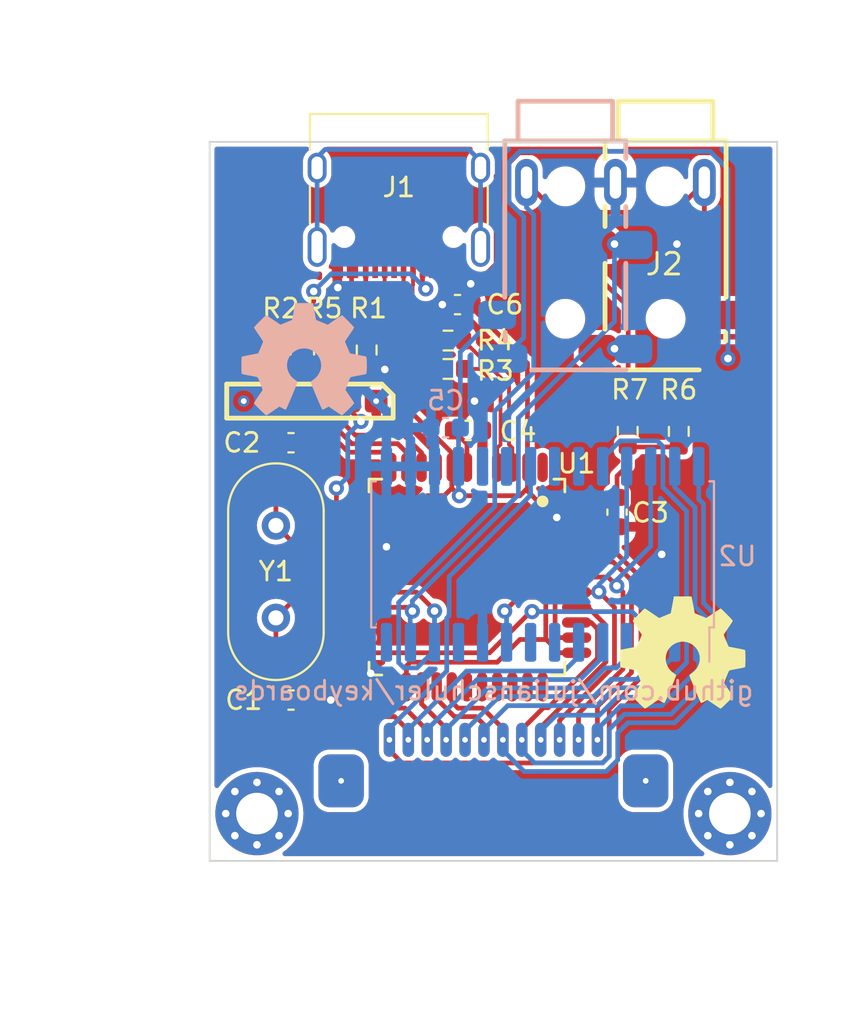
<source format=kicad_pcb>
(kicad_pcb (version 20211014) (generator pcbnew)
  (layers (0 "F.Cu" signal) (31 "B.Cu" signal) (34 "B.Paste" user) (35 "F.Paste" user) (36 "B.SilkS" user "B.Silkscreen") (37 "F.SilkS" user "F.Silkscreen") (38 "B.Mask" user) (39 "F.Mask" user) (44 "Edge.Cuts" user))
  (net 0 "")
  (net 1 "/XTAL1")
  (net 2 "GND")
  (net 3 "/XTAL2")
  (net 4 "+5V")
  (net 5 "Net-(C4-Pad1)")
  (net 6 "unconnected-(J1-PadS1)")
  (net 7 "/D+")
  (net 8 "Net-(J1-PadB5)")
  (net 9 "/D-")
  (net 10 "Net-(J1-PadA5)")
  (net 11 "/SDA")
  (net 12 "unconnected-(J2-PadRN)")
  (net 13 "/SCL")
  (net 14 "unconnected-(J2-PadTN)")
  (net 15 "/RST")
  (net 16 "/SCK")
  (net 17 "/MOSI")
  (net 18 "/MISO")
  (net 19 "/ROW1")
  (net 20 "/COL1")
  (net 21 "/COL2")
  (net 22 "/COL3")
  (net 23 "/COL4")
  (net 24 "/COL5")
  (net 25 "/COL6")
  (net 26 "/ROW2")
  (net 27 "/ROW3")
  (net 28 "/ROW4")
  (net 29 "/ROW5")
  (net 30 "/ROW6")
  (net 31 "/DR+")
  (net 32 "/DR-")
  (footprint "Capacitor_SMD:C_0603_1608Metric" (layer "F.Cu") (at 152.6 88.6 180)
    (fp_text reference "C6")
    (fp_text value "10u")
  )
  (footprint "MountingHole:MountingHole_2.2mm_M2_Pad_Via" (layer "F.Cu") (at 167 115.5)
    (fp_text reference "H2" hide)
    (fp_text value "MountingHole_Pad")
  )
  (footprint "Resistor_SMD:R_0603_1608Metric" (layer "F.Cu") (at 143.256 91 -90)
    (fp_text reference "R2")
    (fp_text value "5.1k")
  )
  (footprint "Custom:Audio_Jack_Dual_Side" (layer "F.Cu") (at 163.6 86.8 -90)
    (fp_text reference "J2")
    (fp_text value "Audio_Jack" hide)
  )
  (footprint "Crystal:Crystal_HC49-4H_Vertical" (layer "F.Cu") (at 143.002 105.156 90)
    (fp_text reference "Y1")
    (fp_text value "Crystal_16MHz")
  )
  (footprint "Resistor_SMD:R_0603_1608Metric" (layer "F.Cu") (at 161.6 95.3 -90)
    (fp_text reference "R7")
    (fp_text value "1k")
  )
  (footprint "Capacitor_SMD:C_0603_1608Metric" (layer "F.Cu") (at 153.162 95.25)
    (fp_text reference "C4")
    (fp_text value "1u")
  )
  (footprint "Resistor_SMD:R_0603_1608Metric" (layer "F.Cu") (at 164.3 95.3 -90)
    (fp_text reference "R6")
    (fp_text value "1k")
  )
  (footprint "Capacitor_SMD:C_0603_1608Metric" (layer "F.Cu") (at 143.8 95.9)
    (fp_text reference "C2")
    (fp_text value "22p")
  )
  (footprint "Custom:FPC_Connector" (layer "F.Cu") (at 154.5 111.6)
    (fp_text reference "J4")
    (fp_text value "FPC_Connector" hide)
  )
  (footprint "Capacitor_SMD:C_0603_1608Metric" (layer "F.Cu") (at 143.8 109.5)
    (fp_text reference "C1")
    (fp_text value "22p")
  )
  (footprint "MountingHole:MountingHole_2.2mm_M2_Pad_Via" (layer "F.Cu") (at 142 115.5)
    (fp_text reference "H1" hide)
    (fp_text value "MountingHole_Pad")
  )
  (footprint "Custom:TQFP_44_Rounded_Pads" (layer "F.Cu") (at 153.1 103 -90)
    (fp_text reference "U1")
    (fp_text value "ATmega32U4-A")
  )
  (footprint "Symbol:OSHW-Symbol_6.7x6mm_SilkScreen" (layer "F.Cu") (at 164.5 107)
    (fp_text reference "REF**" hide)
    (fp_text value "OSHW-Symbol_6.7x6mm_SilkScreen" hide)
  )
  (footprint "Resistor_SMD:R_0603_1608Metric" (layer "F.Cu") (at 147.8 91 -90)
    (fp_text reference "R1")
    (fp_text value "5.1k")
  )
  (footprint "Custom:ISP_Pads" (layer "F.Cu") (at 148.3 93.7 180)
    (fp_text reference "J3" hide)
    (fp_text value "ISP_Pads" hide)
  )
  (footprint "Connector_USB:USB_C_Receptacle_HRO_TYPE-C-31-M-12" (layer "F.Cu") (at 149.5 82.425 180)
    (fp_text reference "J1")
    (fp_text value "USB_C_Port")
  )
  (footprint "Resistor_SMD:R_0603_1608Metric" (layer "F.Cu") (at 152.1 92)
    (fp_text reference "R3")
    (fp_text value "22")
  )
  (footprint "Resistor_SMD:R_0603_1608Metric" (layer "F.Cu") (at 145.542 91 90)
    (fp_text reference "R5")
    (fp_text value "5.1k")
  )
  (footprint "Capacitor_SMD:C_0603_1608Metric" (layer "F.Cu") (at 161.036 99.568 -90)
    (fp_text reference "C3")
    (fp_text value "100n")
  )
  (footprint "Resistor_SMD:R_0603_1608Metric" (layer "F.Cu") (at 152.1 90.5)
    (fp_text reference "R4")
    (fp_text value "22")
  )
  (footprint "Package_SO:SOIC-28W_7.5x17.9mm_P1.27mm" (layer "B.Cu") (at 157.1 101.8 90)
    (fp_text reference "U2")
    (fp_text value "MCP23017_SO")
  )
  (footprint "Symbol:OSHW-Symbol_6.7x6mm_SilkScreen" (layer "B.Cu") (at 144.5 91.5 180)
    (fp_text reference "REF**" hide)
    (fp_text value "OSHW-Symbol_6.7x6mm_SilkScreen" hide)
  )
  (footprint "Capacitor_SMD:C_0603_1608Metric" (layer "B.Cu") (at 151.975 95.1 180)
    (fp_text reference "C5")
    (fp_text value "100n")
  )
  (gr_line (start 139.5 80) (end 139.5 118) (layer "Edge.Cuts") (width 0.1))
  (gr_line (start 169.5 80) (end 139.5 80) (layer "Edge.Cuts") (width 0.1))
  (gr_line (start 139.5 118) (end 169.5 118) (layer "Edge.Cuts") (width 0.1))
  (gr_line (start 169.5 118) (end 169.5 80) (layer "Edge.Cuts") (width 0.1))
  (gr_text "github.com/julianschuler/keyboards" (at 154.5 109) (layer "B.SilkS") (effects (font (size 1 1)) (justify mirror)))
  (segment (start 147.182 103) (end 147.169 103.013) (width 0.25) (layer "F.Cu") (net 1))
  (segment (start 147.169 103.013) (end 145.145 103.013) (width 0.25) (layer "F.Cu") (net 1))
  (segment (start 145.145 103.013) (end 143.002 105.156) (width 0.25) (layer "F.Cu") (net 1))
  (segment (start 143.025 109.5) (end 143.002 109.477) (width 0.25) (layer "F.Cu") (net 1))
  (segment (start 143.002 109.477) (end 143.002 105.156) (width 0.25) (layer "F.Cu") (net 1))
  (segment (start 160.505 99.812) (end 161.036 100.343) (width 0.25) (layer "F.Cu") (net 2))
  (segment (start 144.575 110.225) (end 144.575 109.5) (width 0.25) (layer "F.Cu") (net 2))
  (segment (start 146.25 87.67402) (end 146.27598 87.7) (width 0.25) (layer "F.Cu") (net 2))
  (segment (start 152.75 86.95) (end 152.75 86.47) (width 0.25) (layer "F.Cu") (net 2))
  (segment (start 153.9 95.541) (end 154.191 95.25) (width 0.25) (layer "F.Cu") (net 2))
  (segment (start 157.76 99.94) (end 157.76 106.034022) (width 0.25) (layer "F.Cu") (net 2))
  (segment (start 157.85 99.85) (end 157.76 99.94) (width 0.25) (layer "F.Cu") (net 2))
  (segment (start 144.575 95.9) (end 143.775 95.1) (width 0.25) (layer "F.Cu") (net 2))
  (segment (start 148.760218 92.028168) (end 148.55705 91.825) (width 0.25) (layer "F.Cu") (net 2))
  (segment (start 159.85 82.15) (end 160.95 82.15) (width 0.25) (layer "F.Cu") (net 2))
  (segment (start 161.957 100.357) (end 163.4 101.8) (width 0.25) (layer "F.Cu") (net 2))
  (segment (start 153.1 93.3) (end 150.03205 93.3) (width 0.25) (layer "F.Cu") (net 2))
  (segment (start 153.937 95.25) (end 153.937 94.137) (width 0.25) (layer "F.Cu") (net 2))
  (segment (start 148.624598 108.7) (end 148.012299 108.087701) (width 0.25) (layer "F.Cu") (net 2))
  (segment (start 153.3 87.5) (end 152.75 86.95) (width 0.25) (layer "F.Cu") (net 2))
  (segment (start 153.3 87.5) (end 153.591047 87.5) (width 0.25) (layer "F.Cu") (net 2))
  (segment (start 146.27598 88.22402) (end 144.29296 90.20704) (width 0.25) (layer "F.Cu") (net 2))
  (segment (start 146.27598 87.7) (end 146.27598 88.22402) (width 0.25) (layer "F.Cu") (net 2))
  (segment (start 154.64452 81.798012) (end 155.867052 80.57548) (width 0.25) (layer "F.Cu") (net 2))
  (segment (start 155.867052 80.57548) (end 158.27548 80.57548) (width 0.25) (layer "F.Cu") (net 2))
  (segment (start 157.85 99.85) (end 157.9 99.8) (width 0.25) (layer "F.Cu") (net 2))
  (segment (start 142.3 95.1) (end 141.8 95.6) (width 0.25) (layer "F.Cu") (net 2))
  (segment (start 153.591047 87.5) (end 154.64452 86.446527) (width 0.25) (layer "F.Cu") (net 2))
  (segment (start 157.925978 106.2) (end 158.8 106.2) (width 0.25) (layer "F.Cu") (net 2))
  (segment (start 144.575 100.175) (end 144.575 95.9) (width 0.25) (layer "F.Cu") (net 2))
  (segment (start 145.812 101.412) (end 144.575 100.175) (width 0.25) (layer "F.Cu") (net 2))
  (segment (start 142.772862 110.5) (end 144.3 110.5) (width 0.25) (layer "F.Cu") (net 2))
  (segment (start 159.031 99.812) (end 160.505 99.812) (width 0.25) (layer "F.Cu") (net 2))
  (segment (start 143.56796 91.825) (end 143.256 91.825) (width 0.25) (layer "F.Cu") (net 2))
  (segment (start 158.27548 80.57548) (end 159.85 82.15) (width 0.25) (layer "F.Cu") (net 2))
  (segment (start 148.55705 91.825) (end 147.8 91.825) (width 0.25) (layer "F.Cu") (net 2))
  (segment (start 154.64452 86.446527) (end 154.64452 81.798012) (width 0.25) (layer "F.Cu") (net 2))
  (segment (start 161.036 100.343) (end 161.957 100.343) (width 0.25) (layer "F.Cu") (net 2))
  (segment (start 153.9 97.082) (end 153.9 95.541) (width 0.25) (layer "F.Cu") (net 2))
  (segment (start 145.9 109.5) (end 144.575 109.5) (width 0.25) (layer "F.Cu") (net 2))
  (segment (start 147.169 101.412) (end 145.812 101.412) (width 0.25) (layer "F.Cu") (net 2))
  (segment (start 162.05 82.15) (end 160.95 82.15) (width 0.25) (layer "F.Cu") (net 2))
  (segment (start 144.29296 91.1) (end 143.56796 91.825) (width 0.25) (layer "F.Cu") (net 2))
  (segment (start 161.957 100.343) (end 168.52452 93.77548) (width 0.25) (layer "F.Cu") (net 2))
  (segment (start 153.937 94.137) (end 153.5 93.7) (width 0.25) (layer "F.Cu") (net 2))
  (segment (start 168.52452 93.77548) (end 168.52452 83.067052) (width 0.25) (layer "F.Cu") (net 2))
  (segment (start 146.25 86.47) (end 146.25 87.67402) (width 0.25) (layer "F.Cu") (net 2))
  (segment (start 143.775 95.1) (end 142.3 95.1) (width 0.25) (layer "F.Cu") (net 2))
  (segment (start 163.62452 80.57548) (end 162.05 82.15) (width 0.25) (layer "F.Cu") (net 2))
  (segment (start 144.29296 90.20704) (end 144.29296 91.1) (width 0.25) (layer "F.Cu") (net 2))
  (segment (start 157.76 106.034022) (end 157.925978 106.2) (width 0.25) (layer "F.Cu") (net 2))
  (segment (start 168.52452 83.067052) (end 166.032948 80.57548) (width 0.25) (layer "F.Cu") (net 2))
  (segment (start 141.8 95.6) (end 141.8 109.527138) (width 0.25) (layer "F.Cu") (net 2))
  (segment (start 141.8 109.527138) (end 142.772862 110.5) (width 0.25) (layer "F.Cu") (net 2))
  (segment (start 148.845 101.4) (end 147.4 101.4) (width 0.25) (layer "F.Cu") (net 2))
  (segment (start 144.3 110.5) (end 144.575 110.225) (width 0.25) (layer "F.Cu") (net 2))
  (segment (start 150.03205 93.3) (end 148.760218 92.028168) (width 0.25) (layer "F.Cu") (net 2))
  (segment (start 149.1 108.7) (end 148.624598 108.7) (width 0.25) (layer "F.Cu") (net 2))
  (segment (start 157.9 99.8) (end 158.8 99.8) (width 0.25) (layer "F.Cu") (net 2))
  (segment (start 153.5 93.7) (end 153.1 93.3) (width 0.25) (layer "F.Cu") (net 2))
  (segment (start 161.957 100.343) (end 161.957 100.357) (width 0.25) (layer "F.Cu") (net 2))
  (segment (start 166.032948 80.57548) (end 163.62452 80.57548) (width 0.25) (layer "F.Cu") (net 2))
  (via (at 151.8 88.6) (size 0.8) (drill 0.4) (layers "F.Cu" "B.Cu") (net 2))
  (via (at 153.5 93.7) (size 0.8) (drill 0.4) (layers "F.Cu" "B.Cu") (net 2))
  (via (at 157.85 99.85) (size 0.8) (drill 0.4) (layers "F.Cu" "B.Cu") (net 2))
  (via (at 146.27598 87.7) (size 0.8) (drill 0.4) (layers "F.Cu" "B.Cu") (net 2))
  (via (at 148.845 101.4) (size 0.8) (drill 0.4) (layers "F.Cu" "B.Cu") (net 2))
  (via (at 145.9 109.5) (size 0.8) (drill 0.4) (layers "F.Cu" "B.Cu") (net 2))
  (via (at 164.2 85.4) (size 0.8) (drill 0.4) (layers "F.Cu" "B.Cu") (net 2))
  (via (at 163.4 101.8) (size 0.8) (drill 0.4) (layers "F.Cu" "B.Cu") (net 2))
  (via (at 148.012299 108.087701) (size 0.8) (drill 0.4) (layers "F.Cu" "B.Cu") (net 2))
  (via (at 148.760218 92.028168) (size 0.8) (drill 0.4) (layers "F.Cu" "B.Cu") (net 2))
  (via (at 153.3 87.5) (size 0.8) (drill 0.4) (layers "F.Cu" "B.Cu") (net 2))
  (segment (start 148.845 101.4) (end 148.012299 102.232701) (width 0.25) (layer "B.Cu") (net 2))
  (segment (start 152.2 88.6) (end 151.8 88.6) (width 0.25) (layer "B.Cu") (net 2))
  (segment (start 151.385 97.15) (end 151.385 95.285) (width 0.25) (layer "B.Cu") (net 2))
  (segment (start 151.385 95.285) (end 151.2 95.1) (width 0.25) (layer "B.Cu") (net 2))
  (segment (start 151.2 95.1) (end 149.7 95.1) (width 0.25) (layer "B.Cu") (net 2))
  (segment (start 150.115 97.15) (end 151.385 97.15) (width 0.25) (layer "B.Cu") (net 2))
  (segment (start 162.9 84.1) (end 164.2 85.4) (width 0.25) (layer "B.Cu") (net 2))
  (segment (start 151.8 88.6) (end 150.3 88.6) (width 0.25) (layer "B.Cu") (net 2))
  (segment (start 148.3 93.7) (end 148.760218 93.239782) (width 0.25) (layer "B.Cu") (net 2))
  (segment (start 148.760218 93.239782) (end 148.760218 90.160218) (width 0.25) (layer "B.Cu") (net 2))
  (segment (start 160.95 83.95) (end 161.1 84.1) (width 0.25) (layer "B.Cu") (net 2))
  (segment (start 160.95 82.15) (end 160.95 83.95) (width 0.25) (layer "B.Cu") (net 2))
  (segment (start 146.6 109.5) (end 148.012299 108.087701) (width 0.25) (layer "B.Cu") (net 2))
  (segment (start 148.760218 90.160218) (end 148.3 89.7) (width 0.25) (layer "B.Cu") (net 2))
  (segment (start 148.3 89.7) (end 146.3 87.7) (width 0.25) (layer "B.Cu") (net 2))
  (segment (start 148.845 101.4) (end 148.845 97.15) (width 0.25) (layer "B.Cu") (net 2))
  (segment (start 153.3 87.5) (end 152.2 88.6) (width 0.25) (layer "B.Cu") (net 2))
  (segment (start 148.012299 102.232701) (end 148.012299 108.087701) (width 0.25) (layer "B.Cu") (net 2))
  (segment (start 148.845 97.15) (end 150.115 97.15) (width 0.25) (layer "B.Cu") (net 2))
  (segment (start 149.7 95.1) (end 148.3 93.7) (width 0.25) (layer "B.Cu") (net 2))
  (segment (start 150.3 88.6) (end 148.75 90.15) (width 0.25) (layer "B.Cu") (net 2))
  (segment (start 161.1 84.1) (end 162.9 84.1) (width 0.25) (layer "B.Cu") (net 2))
  (segment (start 145.9 109.5) (end 146.6 109.5) (width 0.25) (layer "B.Cu") (net 2))
  (segment (start 146.3 87.7) (end 146.27598 87.7) (width 0.25) (layer "B.Cu") (net 2))
  (segment (start 143.002 95.923) (end 143.025 95.9) (width 0.25) (layer "F.Cu") (net 3))
  (segment (start 147.169 102.212) (end 144.938 102.212) (width 0.25) (layer "F.Cu") (net 3))
  (segment (start 144.938 102.212) (end 143.002 100.276) (width 0.25) (layer "F.Cu") (net 3))
  (segment (start 143.002 100.276) (end 143.002 95.923) (width 0.25) (layer "F.Cu") (net 3))
  (segment (start 157.2 99) (end 157.5 99) (width 0.25) (layer "F.Cu") (net 4))
  (segment (start 152.3 97.082) (end 152.3 96.432) (width 0.25) (layer "F.Cu") (net 4))
  (segment (start 165.24952 90.75048) (end 165.24952 95.17548) (width 0.25) (layer "F.Cu") (net 4))
  (segment (start 150.774872 85.420489) (end 150.375352 85.020969) (width 0.25) (layer "F.Cu") (net 4))
  (segment (start 157.268531 104.068531) (end 157.268531 100.293145) (width 0.25) (layer "F.Cu") (net 4))
  (segment (start 156.849756 99) (end 157.5 99) (width 0.25) (layer "F.Cu") (net 4))
  (segment (start 144.74248 91.407737) (end 145.049737 91.10048) (width 0.25) (layer "F.Cu") (net 4))
  (segment (start 145.049737 91.10048) (end 145.50048 91.10048) (width 0.25) (layer "F.Cu") (net 4))
  (segment (start 155.900489 98.7) (end 156.3 98.300489) (width 0.25) (layer "F.Cu") (net 4))
  (segment (start 161.6 97.1) (end 161.6 96.125) (width 0.25) (layer "F.Cu") (net 4))
  (segment (start 151.9 98.7) (end 151 98.7) (width 0.25) (layer "F.Cu") (net 4))
  (segment (start 141.3 93.616796) (end 142.167276 92.74952) (width 0.25) (layer "F.Cu") (net 4))
  (segment (start 156.3 98.300489) (end 156.3 97.3) (width 0.25) (layer "F.Cu") (net 4))
  (segment (start 151.724511 85.420489) (end 150.774872 85.420489) (width 0.25) (layer "F.Cu") (net 4))
  (segment (start 151.95 86.47) (end 151.95 85.645978) (width 0.25) (layer "F.Cu") (net 4))
  (segment (start 167.2 89.15) (end 166.85 89.15) (width 0.25) (layer "F.Cu") (net 4))
  (segment (start 159.031 99.012) (end 160.817 99.012) (width 0.25) (layer "F.Cu") (net 4))
  (segment (start 165.24952 95.17548) (end 164.3 96.125) (width 0.25) (layer "F.Cu") (net 4))
  (segment (start 147.00048 92.428263) (end 147.00048 91.60048) (width 0.25) (layer "F.Cu") (net 4))
  (segment (start 143.75048 92.74952) (end 144.74248 91.75752) (width 0.25) (layer "F.Cu") (net 4))
  (segment (start 148.7 85.420489) (end 147.275489 85.420489) (width 0.25) (layer "F.Cu") (net 4))
  (segment (start 157.125489 100.150103) (end 157.125489 99.549897) (width 0.25) (layer "F.Cu") (net 4))
  (segment (start 152.3 98.3) (end 152.7 98.7) (width 0.25) (layer "F.Cu") (net 4))
  (segment (start 158.8 107) (end 158 107) (width 0.25) (layer "F.Cu") (net 4))
  (segment (start 151.95 85.645978) (end 151.724511 85.420489) (width 0.25) (layer "F.Cu") (net 4))
  (segment (start 156.301 91.701) (end 156.301 97.082) (width 0.25) (layer "F.Cu") (net 4))
  (segment (start 157.3 106.3) (end 157.6 106.6) (width 0.25) (layer "F.Cu") (net 4))
  (segment (start 158 107) (end 157.6 106.6) (width 0.25) (layer "F.Cu") (net 4))
  (segment (start 149.9 108.7) (end 149.9 107.7) (width 0.25) (layer "F.Cu") (net 4))
  (segment (start 150.1 107.5) (end 154.7 107.5) (width 0.25) (layer "F.Cu") (net 4))
  (segment (start 156.3 98.300489) (end 156.3 98.450244) (width 0.25) (layer "F.Cu") (net 4))
  (segment (start 150.375352 85.020969) (end 149.099519 85.02097) (width 0.25) (layer "F.Cu") (net 4))
  (segment (start 149.099519 85.02097) (end 148.7 85.420489) (width 0.25) (layer "F.Cu") (net 4))
  (segment (start 157.6 106.6) (end 157.268531 106.268531) (width 0.25) (layer "F.Cu") (net 4))
  (segment (start 152.7 98.7) (end 155.900489 98.7) (width 0.25) (layer "F.Cu") (net 4))
  (segment (start 151.95 86.47) (end 151.95 87.35) (width 0.25) (layer "F.Cu") (net 4))
  (segment (start 141.3 93.7) (end 141.3 93.616796) (width 0.25) (layer "F.Cu") (net 4))
  (segment (start 148.60352 92.73552) (end 147.307737 92.73552) (width 0.25) (layer "F.Cu") (net 4))
  (segment (start 152.3 97.3) (end 152.3 98.3) (width 0.25) (layer "F.Cu") (net 4))
  (segment (start 147.00048 86.51952) (end 147.05 86.47) (width 0.25) (layer "F.Cu") (net 4))
  (segment (start 157.5 99) (end 158.8 99) (width 0.25) (layer "F.Cu") (net 4))
  (segment (start 149.9 107.7) (end 150.1 107.5) (width 0.25) (layer "F.Cu") (net 4))
  (segment (start 145.542 91.05896) (end 145.50048 91.10048) (width 0.25) (layer "F.Cu") (net 4))
  (segment (start 155.09502 104.8) (end 155.826489 104.068531) (width 0.25) (layer "F.Cu") (net 4))
  (segment (start 144.74248 91.75752) (end 144.74248 91.407737) (width 0.25) (layer "F.Cu") (net 4))
  (segment (start 142.167276 92.74952) (end 143.75048 92.74952) (width 0.25) (layer "F.Cu") (net 4))
  (segment (start 147.275489 85.420489) (end 147.05 85.645978) (width 0.25) (layer "F.Cu") (net 4))
  (segment (start 157.126489 99.073511) (end 157.2 99) (width 0.25) (layer "F.Cu") (net 4))
  (segment (start 155.9 106.3) (end 157.3 106.3) (width 0.25) (layer "F.Cu") (net 4))
  (segment (start 146.034263 91.10048) (end 146.534263 91.60048) (width 0.25) (layer "F.Cu") (net 4))
  (segment (start 157.268531 100.293145) (end 157.125489 100.150103) (width 0.25) (layer "F.Cu") (net 4))
  (segment (start 151 98.7) (end 149.1 100.6) (width 0.25) (layer "F.Cu") (net 4))
  (segment (start 147.307737 92.73552) (end 147.00048 92.428263) (width 0.25) (layer "F.Cu") (net 4))
  (segment (start 154.7 107.5) (end 155.9 106.3) (width 0.25) (layer "F.Cu") (net 4))
  (segment (start 157.125489 99.549897) (end 157.126489 99.548897) (width 0.25) (layer "F.Cu") (net 4))
  (segment (start 146.534263 91.60048) (end 147.00048 91.60048) (width 0.25) (layer "F.Cu") (net 4))
  (segment (start 161.036 97.664) (end 161.6 97.1) (width 0.25) (layer "F.Cu") (net 4))
  (segment (start 166.85 89.15) (end 165.24952 90.75048) (width 0.25) (layer "F.Cu") (net 4))
  (segment (start 147.00048 90.48952) (end 147.00048 86.51952) (width 0.25) (layer "F.Cu") (net 4))
  (segment (start 156.3 98.450244) (end 156.849756 99) (width 0.25) (layer "F.Cu") (net 4))
  (segment (start 149.1 100.6) (end 147.4 100.6) (width 0.25) (layer "F.Cu") (net 4))
  (segment (start 161.036 98.793) (end 161.036 97.664) (width 0.25) (layer "F.Cu") (net 4))
  (segment (start 157.268531 106.268531) (end 157.268531 104.068531) (width 0.25) (layer "F.Cu") (net 4))
  (segment (start 147.05 85.645978) (end 147.05 86.47) (width 0.25) (layer "F.Cu") (net 4))
  (segment (start 160.817 99.012) (end 161.036 98.793) (width 0.25) (layer "F.Cu") (net 4))
  (segment (start 147.00048 91.60048) (end 147.00048 90.48952) (width 0.25) (layer "F.Cu") (net 4))
  (segment (start 157.126489 99.548897) (end 157.126489 99.073511) (width 0.25) (layer "F.Cu") (net 4))
  (segment (start 151.95 87.35) (end 156.301 91.701) (width 0.25) (layer "F.Cu") (net 4))
  (segment (start 152.3 96.432) (end 148.60352 92.73552) (width 0.25) (layer "F.Cu") (net 4))
  (segment (start 145.542 90.175) (end 145.542 91.05896) (width 0.25) (layer "F.Cu") (net 4))
  (segment (start 145.50048 91.10048) (end 146.034263 91.10048) (width 0.25) (layer "F.Cu") (net 4))
  (segment (start 155.826489 104.068531) (end 157.268531 104.068531) (width 0.25) (layer "F.Cu") (net 4))
  (segment (start 152.3 98.3) (end 151.9 98.7) (width 0.25) (layer "F.Cu") (net 4))
  (segment (start 164.3 96.125) (end 161.6 96.125) (width 0.25) (layer "F.Cu") (net 4))
  (via (at 155.09502 104.8) (size 0.8) (drill 0.4) (layers "F.Cu" "B.Cu") (net 4))
  (via (at 152.7 98.7) (size 0.8) (drill 0.4) (layers "F.Cu" "B.Cu") (net 4))
  (segment (start 152.75 91.1) (end 154.7 89.15) (width 0.25) (layer "B.Cu") (net 4))
  (segment (start 152.655 95.195) (end 152.75 95.1) (width 0.25) (layer "B.Cu") (net 4))
  (segment (start 152.655 97.15) (end 152.655 98.655) (width 0.25) (layer "B.Cu") (net 4))
  (segment (start 152.655 97.15) (end 152.655 95.195) (width 0.25) (layer "B.Cu") (net 4))
  (segment (start 155.195 106.45) (end 155.195 104.89998) (width 0.25) (layer "B.Cu") (net 4))
  (segment (start 155.195 104.89998) (end 155.09502 104.8) (width 0.25) (layer "B.Cu") (net 4))
  (segment (start 152.75 95.1) (end 152.75 91.1) (width 0.25) (layer "B.Cu") (net 4))
  (segment (start 152.655 98.655) (end 152.7 98.7) (width 0.25) (layer "B.Cu") (net 4))
  (segment (start 153.1 95.963) (end 152.387 95.25) (width 0.25) (layer "F.Cu") (net 5))
  (segment (start 153.1 97.082) (end 153.1 95.963) (width 0.25) (layer "F.Cu") (net 5))
  (segment (start 153.2 80.4) (end 153.82 81.02) (width 0.25) (layer "B.Cu") (net 6))
  (segment (start 145.6 80.4) (end 153.2 80.4) (width 0.25) (layer "B.Cu") (net 6))
  (segment (start 153.82 81.02) (end 153.82 81.375) (width 0.25) (layer "B.Cu") (net 6))
  (segment (start 145.18 81.375) (end 145.18 80.82) (width 0.25) (layer "B.Cu") (net 6))
  (segment (start 145.18 85.555) (end 145.18 81.375) (width 0.25) (layer "B.Cu") (net 6))
  (segment (start 153.82 85.555) (end 153.82 81.375) (width 0.25) (layer "B.Cu") (net 6))
  (segment (start 145.18 80.82) (end 145.6 80.4) (width 0.25) (layer "B.Cu") (net 6))
  (segment (start 149.75 87.557501) (end 149.75 86.47) (width 0.2) (layer "F.Cu") (net 7))
  (segment (start 149.75 87.444022) (end 149.75 86.47) (width 0.2) (layer "F.Cu") (net 7))
  (segment (start 148.75 87.444022) (end 148.800489 87.494511) (width 0.2) (layer "F.Cu") (net 7))
  (segment (start 149.775 87.582501) (end 149.75 87.557501) (width 0.2) (layer "F.Cu") (net 7))
  (segment (start 148.75 86.47) (end 148.75 87.444022) (width 0.2) (layer "F.Cu") (net 7))
  (segment (start 149.699511 87.494511) (end 149.75 87.444022) (width 0.2) (layer "F.Cu") (net 7))
  (segment (start 148.800489 87.494511) (end 149.699511 87.494511) (width 0.2) (layer "F.Cu") (net 7))
  (segment (start 151.275 92) (end 149.775 90.5) (width 0.2) (layer "F.Cu") (net 7))
  (segment (start 149.775 90.5) (end 149.775 87.582501) (width 0.2) (layer "F.Cu") (net 7))
  (segment (start 147.75 87.806) (end 147.75 86.47) (width 0.25) (layer "F.Cu") (net 8))
  (segment (start 147.8 90.175) (end 147.8 87.856) (width 0.25) (layer "F.Cu") (net 8))
  (segment (start 147.8 87.856) (end 147.75 87.806) (width 0.25) (layer "F.Cu") (net 8))
  (segment (start 150.225 87.582501) (end 150.25 87.557501) (width 0.2) (layer "F.Cu") (net 9))
  (segment (start 150.25 85.495978) (end 150.199511 85.445489) (width 0.2) (layer "F.Cu") (net 9))
  (segment (start 150.25 86.47) (end 150.25 85.495978) (width 0.2) (layer "F.Cu") (net 9))
  (segment (start 151.275 90.5) (end 150.411397 90.5) (width 0.2) (layer "F.Cu") (net 9))
  (segment (start 150.225 90.313603) (end 150.225 87.582501) (width 0.2) (layer "F.Cu") (net 9))
  (segment (start 149.25 85.495978) (end 149.25 86.47) (width 0.2) (layer "F.Cu") (net 9))
  (segment (start 149.300489 85.445489) (end 149.25 85.495978) (width 0.2) (layer "F.Cu") (net 9))
  (segment (start 150.411397 90.5) (end 150.225 90.313603) (width 0.2) (layer "F.Cu") (net 9))
  (segment (start 150.199511 85.445489) (end 149.300489 85.445489) (width 0.2) (layer "F.Cu") (net 9))
  (segment (start 150.25 87.557501) (end 150.25 86.47) (width 0.2) (layer "F.Cu") (net 9))
  (segment (start 150.75 87.593738) (end 150.9245 87.768238) (width 0.25) (layer "F.Cu") (net 10))
  (segment (start 145 88.431) (end 143.256 90.175) (width 0.25) (layer "F.Cu") (net 10))
  (segment (start 150.75 86.47) (end 150.75 87.593738) (width 0.25) (layer "F.Cu") (net 10))
  (segment (start 145 87.9) (end 145 88.431) (width 0.25) (layer "F.Cu") (net 10))
  (via (at 145 87.9) (size 0.8) (drill 0.4) (layers "F.Cu" "B.Cu") (net 10))
  (via (at 150.9245 87.768238) (size 0.8) (drill 0.4) (layers "F.Cu" "B.Cu") (net 10))
  (segment (start 145 87.9) (end 145.924511 86.975489) (width 0.25) (layer "B.Cu") (net 10))
  (segment (start 145.924511 86.975489) (end 150.131751 86.975489) (width 0.25) (layer "B.Cu") (net 10))
  (segment (start 150.131751 86.975489) (end 150.9245 87.768238) (width 0.25) (layer "B.Cu") (net 10))
  (segment (start 161.624511 94.450489) (end 161.6 94.475) (width 0.25) (layer "F.Cu") (net 11))
  (segment (start 147.4 104.6) (end 150.01498 104.6) (width 0.25) (layer "F.Cu") (net 11))
  (segment (start 160 85.45) (end 160 87.1) (width 0.25) (layer "F.Cu") (net 11))
  (segment (start 161.624511 88.724511) (end 161.624511 94.450489) (width 0.25) (layer "F.Cu") (net 11))
  (segment (start 150.01498 104.6) (end 150.21498 104.8) (width 0.25) (layer "F.Cu") (net 11))
  (segment (start 160 87.1) (end 161.624511 88.724511) (width 0.25) (layer "F.Cu") (net 11))
  (via (at 150.21498 104.8) (size 0.8) (drill 0.4) (layers "F.Cu" "B.Cu") (net 11))
  (via (at 160.9 85.4) (size 0.8) (drill 0.4) (layers "F.Cu" "B.Cu") (net 11))
  (segment (start 150.21498 104.88502) (end 150.1 105) (width 0.25) (layer "B.Cu") (net 11))
  (segment (start 155.81952 98.65048) (end 155.81952 94.58048) (width 0.25) (layer "B.Cu") (net 11))
  (segment (start 150.21498 104.8) (end 150.21498 104.88502) (width 0.25) (layer "B.Cu") (net 11))
  (segment (start 150.1 106.435) (end 150.115 106.45) (width 0.25) (layer "B.Cu") (net 11))
  (segment (start 155.81952 94.58048) (end 160.9 89.5) (width 0.25) (layer "B.Cu") (net 11))
  (segment (start 160.9 89.5) (end 160.9 85.4) (width 0.25) (layer "B.Cu") (net 11))
  (segment (start 150.21498 104.8) (end 150.21498 104.25502) (width 0.25) (layer "B.Cu") (net 11))
  (segment (start 150.1 105) (end 150.1 106.435) (width 0.25) (layer "B.Cu") (net 11))
  (segment (start 150.21498 104.25502) (end 155.81952 98.65048) (width 0.25) (layer "B.Cu") (net 11))
  (via (at 160.9 90.932) (size 0.8) (drill 0.4) (layers "F.Cu" "B.Cu") (net 12))
  (segment (start 157.82452 83.72452) (end 156.25 82.15) (width 0.25) (layer "F.Cu") (net 13))
  (segment (start 164.8 93.975) (end 164.8 87.7) (width 0.25) (layer "F.Cu") (net 13))
  (segment (start 164.07548 83.72452) (end 165.65 82.15) (width 0.25) (layer "F.Cu") (net 13))
  (segment (start 151.38754 104.747946) (end 150.439594 103.8) (width 0.25) (layer "F.Cu") (net 13))
  (segment (start 151.38754 104.793528) (end 151.38754 104.747946) (width 0.25) (layer "F.Cu") (net 13))
  (segment (start 164.8 87.7) (end 165.65 86.85) (width 0.25) (layer "F.Cu") (net 13))
  (segment (start 157.82452 83.72452) (end 164.07548 83.72452) (width 0.25) (layer "F.Cu") (net 13))
  (segment (start 164.3 94.475) (end 164.8 93.975) (width 0.25) (layer "F.Cu") (net 13))
  (segment (start 165.65 86.85) (end 165.65 82.15) (width 0.25) (layer "F.Cu") (net 13))
  (segment (start 150.439594 103.8) (end 147.4 103.8) (width 0.25) (layer "F.Cu") (net 13))
  (via (at 151.38754 104.793528) (size 0.8) (drill 0.4) (layers "F.Cu" "B.Cu") (net 13))
  (segment (start 149.768448 107.79952) (end 149.49048 107.521552) (width 0.25) (layer "B.Cu") (net 13))
  (segment (start 151.385 106.876072) (end 150.461552 107.79952) (width 0.25) (layer "B.Cu") (net 13))
  (segment (start 151.385 104.796068) (end 151.385 106.45) (width 0.25) (layer "B.Cu") (net 13))
  (segment (start 154.57048 94.22952) (end 156.63 92.17) (width 0.25) (layer "B.Cu") (net 13))
  (segment (start 156.63 83.85175) (end 156.25 83.47175) (width 0.25) (layer "B.Cu") (net 13))
  (segment (start 149.49048 107.521552) (end 149.49048 104.343802) (width 0.25) (layer "B.Cu") (net 13))
  (segment (start 151.385 106.45) (end 151.385 106.876072) (width 0.25) (layer "B.Cu") (net 13))
  (segment (start 149.49048 104.343802) (end 154.57048 99.263802) (width 0.25) (layer "B.Cu") (net 13))
  (segment (start 154.57048 99.263802) (end 154.57048 94.22952) (width 0.25) (layer "B.Cu") (net 13))
  (segment (start 150.461552 107.79952) (end 149.768448 107.79952) (width 0.25) (layer "B.Cu") (net 13))
  (segment (start 151.38754 104.793528) (end 151.385 104.796068) (width 0.25) (layer "B.Cu") (net 13))
  (segment (start 156.63 92.17) (end 156.63 83.85175) (width 0.25) (layer "B.Cu") (net 13))
  (segment (start 156.25 83.47175) (end 156.25 82.15) (width 0.25) (layer "B.Cu") (net 13))
  (via (at 166.9 91.45) (size 0.8) (drill 0.4) (layers "F.Cu" "B.Cu") (net 14))
  (segment (start 155.9 80.5) (end 165.957468 80.5) (width 0.25) (layer "B.Cu") (net 14))
  (segment (start 165.957468 80.5) (end 166.9 81.442532) (width 0.25) (layer "B.Cu") (net 14))
  (segment (start 155.32548 83.182948) (end 155.32548 81.07452) (width 0.25) (layer "B.Cu") (net 14))
  (segment (start 156.1 83.957468) (end 155.32548 83.182948) (width 0.25) (layer "B.Cu") (net 14))
  (segment (start 155.32548 81.07452) (end 155.9 80.5) (width 0.25) (layer "B.Cu") (net 14))
  (segment (start 156.1 90.35) (end 156.1 83.957468) (width 0.25) (layer "B.Cu") (net 14))
  (segment (start 166.9 81.442532) (end 166.9 91.45) (width 0.25) (layer "B.Cu") (net 14))
  (segment (start 155 91.45) (end 156.1 90.35) (width 0.25) (layer "B.Cu") (net 14))
  (segment (start 146.2 99.518) (end 146.494 99.812) (width 0.25) (layer "F.Cu") (net 15))
  (segment (start 146.2 98.3) (end 146.2 99.518) (width 0.25) (layer "F.Cu") (net 15))
  (segment (start 146.9 93.183) (end 145.542 91.825) (width 0.25) (layer "F.Cu") (net 15))
  (segment (start 146.9 93.7) (end 146.9 94.175402) (width 0.25) (layer "F.Cu") (net 15))
  (segment (start 146.494 99.812) (end 147.169 99.812) (width 0.25) (layer "F.Cu") (net 15))
  (segment (start 146.9 93.7) (end 146.9 93.183) (width 0.25) (layer "F.Cu") (net 15))
  (segment (start 146.9 94.175402) (end 147.500049 94.775451) (width 0.25) (layer "F.Cu") (net 15))
  (via (at 146.2 98.3) (size 0.8) (drill 0.4) (layers "F.Cu" "B.Cu") (net 15))
  (via (at 147.500049 94.775451) (size 0.8) (drill 0.4) (layers "F.Cu" "B.Cu") (net 15))
  (segment (start 146.8 95.4755) (end 146.8 97.7) (width 0.25) (layer "B.Cu") (net 15))
  (segment (start 147.500049 94.775451) (end 146.8 95.4755) (width 0.25) (layer "B.Cu") (net 15))
  (segment (start 146.8 97.7) (end 146.2 98.3) (width 0.25) (layer "B.Cu") (net 15))
  (segment (start 150.7 97.082) (end 150.7 96.432) (width 0.25) (layer "F.Cu") (net 16))
  (segment (start 147.2 95.5) (end 145.5 93.8) (width 0.25) (layer "F.Cu") (net 16))
  (segment (start 149.768 95.5) (end 147.2 95.5) (width 0.25) (layer "F.Cu") (net 16))
  (segment (start 150.7 96.432) (end 149.768 95.5) (width 0.25) (layer "F.Cu") (net 16))
  (segment (start 145.5 93.8) (end 145.5 93.7) (width 0.25) (layer "F.Cu") (net 16))
  (segment (start 147.014762 95.95048) (end 145.688802 94.62452) (width 0.25) (layer "F.Cu") (net 17))
  (segment (start 149.899 97.082) (end 149.899 96.40904) (width 0.25) (layer "F.Cu") (net 17))
  (segment (start 144.941316 94.62452) (end 144.1 93.783204) (width 0.25) (layer "F.Cu") (net 17))
  (segment (start 145.688802 94.62452) (end 144.941316 94.62452) (width 0.25) (layer "F.Cu") (net 17))
  (segment (start 149.899 96.40904) (end 149.44044 95.95048) (width 0.25) (layer "F.Cu") (net 17))
  (segment (start 149.44044 95.95048) (end 147.014762 95.95048) (width 0.25) (layer "F.Cu") (net 17))
  (segment (start 144.1 93.783204) (end 144.1 93.7) (width 0.25) (layer "F.Cu") (net 17))
  (segment (start 148.8 96.4) (end 146.828564 96.4) (width 0.25) (layer "F.Cu") (net 18))
  (segment (start 144.755118 95.07404) (end 144.305598 94.62452) (width 0.25) (layer "F.Cu") (net 18))
  (segment (start 143.541316 94.62452) (end 142.7 93.783204) (width 0.25) (layer "F.Cu") (net 18))
  (segment (start 145.502604 95.07404) (end 144.755118 95.07404) (width 0.25) (layer "F.Cu") (net 18))
  (segment (start 146.828564 96.4) (end 145.502604 95.07404) (width 0.25) (layer "F.Cu") (net 18))
  (segment (start 142.7 93.783204) (end 142.7 93.7) (width 0.25) (layer "F.Cu") (net 18))
  (segment (start 144.305598 94.62452) (end 143.541316 94.62452) (width 0.25) (layer "F.Cu") (net 18))
  (segment (start 149.1 97.082) (end 149.1 96.7) (width 0.25) (layer "F.Cu") (net 18))
  (segment (start 149.1 96.7) (end 148.8 96.4) (width 0.25) (layer "F.Cu") (net 18))
  (segment (start 149 111.6) (end 149 112.15) (width 0.25) (layer "F.Cu") (net 19))
  (segment (start 162.3 108.3) (end 162.3 103.039668) (width 0.25) (layer "F.Cu") (net 19))
  (segment (start 149 112.15) (end 149.67452 112.82452) (width 0.25) (layer "F.Cu") (net 19))
  (segment (start 160.660332 101.4) (end 158.8 101.4) (width 0.25) (layer "F.Cu") (net 19))
  (segment (start 162.3 103.039668) (end 160.660332 101.4) (width 0.25) (layer "F.Cu") (net 19))
  (segment (start 159.899 112.82452) (end 159.9 112.82352) (width 0.25) (layer "F.Cu") (net 19))
  (segment (start 160.62252 109.97748) (end 162.3 108.3) (width 0.25) (layer "F.Cu") (net 19))
  (segment (start 160.62252 112.457684) (end 160.62252 109.97748) (width 0.25) (layer "F.Cu") (net 19))
  (segment (start 160.256684 112.82352) (end 160.62252 112.457684) (width 0.25) (layer "F.Cu") (net 19))
  (segment (start 149.67452 112.82452) (end 159.899 112.82452) (width 0.25) (layer "F.Cu") (net 19))
  (segment (start 159.9 112.82352) (end 160.256684 112.82352) (width 0.25) (layer "F.Cu") (net 19))
  (segment (start 152.03048 107.521552) (end 152.03048 105.173788) (width 0.25) (layer "B.Cu") (net 19))
  (segment (start 152.03048 105.173788) (end 152.16 105.044268) (width 0.25) (layer "B.Cu") (net 19))
  (segment (start 152.03148 107.522552) (end 152.03048 107.521552) (width 0.25) (layer "B.Cu") (net 19))
  (segment (start 152.16 105.044268) (end 152.16 102.977128) (width 0.25) (layer "B.Cu") (net 19))
  (segment (start 152.16 102.977128) (end 156.465 98.672128) (width 0.25) (layer "B.Cu") (net 19))
  (segment (start 156.465 98.672128) (end 156.465 97.15) (width 0.25) (layer "B.Cu") (net 19))
  (segment (start 149 111.6) (end 149 111) (width 0.25) (layer "B.Cu") (net 19))
  (segment (start 149 111) (end 152.03148 107.96852) (width 0.25) (layer "B.Cu") (net 19))
  (segment (start 152.03148 107.96852) (end 152.03148 107.522552) (width 0.25) (layer "B.Cu") (net 19))
  (segment (start 149.27548 110.37548) (end 148.639762 110.37548) (width 0.25) (layer "F.Cu") (net 20))
  (segment (start 146.39513 105.4) (end 147.4 105.4) (width 0.25) (layer "F.Cu") (net 20))
  (segment (start 150 111.6) (end 150 111.1) (width 0.25) (layer "F.Cu") (net 20))
  (segment (start 145.6 107.335718) (end 145.6 106.19513) (width 0.25) (layer "F.Cu") (net 20))
  (segment (start 148.639762 110.37548) (end 145.6 107.335718) (width 0.25) (layer "F.Cu") (net 20))
  (segment (start 150 111.1) (end 149.27548 110.37548) (width 0.25) (layer "F.Cu") (net 20))
  (segment (start 145.6 106.19513) (end 146.39513 105.4) (width 0.25) (layer "F.Cu") (net 20))
  (segment (start 159.005 107.195) (end 159.005 106.45) (width 0.25) (layer "B.Cu") (net 20))
  (segment (start 158.234984 107.965016) (end 159.005 107.195) (width 0.25) (layer "B.Cu") (net 20))
  (segment (start 150 111.05) (end 153.084984 107.965016) (width 0.25) (layer "B.Cu") (net 20))
  (segment (start 150 111.6) (end 150 111.05) (width 0.25) (layer "B.Cu") (net 20))
  (segment (start 153.084984 107.965016) (end 158.234984 107.965016) (width 0.25) (layer "B.Cu") (net 20))
  (segment (start 149.82596 109.92596) (end 151 111.1) (width 0.25) (layer "F.Cu") (net 21))
  (segment (start 151 111.1) (end 151 111.6) (width 0.25) (layer "F.Cu") (net 21))
  (segment (start 146.525978 106.2) (end 146.04952 106.676458) (width 0.25) (layer "F.Cu") (net 21))
  (segment (start 147.4 106.2) (end 146.525978 106.2) (width 0.25) (layer "F.Cu") (net 21))
  (segment (start 146.04952 107.14952) (end 148.82596 109.92596) (width 0.25) (layer "F.Cu") (net 21))
  (segment (start 148.82596 109.92596) (end 149.82596 109.92596) (width 0.25) (layer "F.Cu") (net 21))
  (segment (start 146.04952 106.676458) (end 146.04952 107.14952) (width 0.25) (layer "F.Cu") (net 21))
  (segment (start 159.085464 108.414536) (end 160.275 107.225) (width 0.25) (layer "B.Cu") (net 21))
  (segment (start 151 111.6) (end 151 111.05) (width 0.25) (layer "B.Cu") (net 21))
  (segment (start 153.635464 108.414536) (end 159.085464 108.414536) (width 0.25) (layer "B.Cu") (net 21))
  (segment (start 151 111.05) (end 153.635464 108.414536) (width 0.25) (layer "B.Cu") (net 21))
  (segment (start 160.275 107.225) (end 160.275 106.45) (width 0.25) (layer "B.Cu") (net 21))
  (segment (start 152 111) (end 150.7 109.7) (width 0.25) (layer "F.Cu") (net 22))
  (segment (start 152 111.6) (end 152 111) (width 0.25) (layer "F.Cu") (net 22))
  (segment (start 150.7 109.7) (end 150.7 108.918) (width 0.25) (layer "F.Cu") (net 22))
  (segment (start 159.335944 108.864056) (end 160.40048 107.79952) (width 0.25) (layer "B.Cu") (net 22))
  (segment (start 161.000999 107.799001) (end 161.545 107.255) (width 0.25) (layer "B.Cu") (net 22))
  (segment (start 161.545 107.255) (end 161.545 106.45) (width 0.25) (layer "B.Cu") (net 22))
  (segment (start 160.696157 107.79952) (end 160.696677 107.799) (width 0.25) (layer "B.Cu") (net 22))
  (segment (start 160.696677 107.799) (end 161.000999 107.799001) (width 0.25) (layer "B.Cu") (net 22))
  (segment (start 154.185944 108.864056) (end 159.335944 108.864056) (width 0.25) (layer "B.Cu") (net 22))
  (segment (start 152 111.05) (end 154.185944 108.864056) (width 0.25) (layer "B.Cu") (net 22))
  (segment (start 160.40048 107.79952) (end 160.696157 107.79952) (width 0.25) (layer "B.Cu") (net 22))
  (segment (start 152 111.6) (end 152 111.05) (width 0.25) (layer "B.Cu") (net 22))
  (segment (start 154.3 107) (end 147.4 107) (width 0.25) (layer "F.Cu") (net 23))
  (segment (start 156.54402 104.8255) (end 156.4745 104.8255) (width 0.25) (layer "F.Cu") (net 23))
  (segment (start 156.4745 104.8255) (end 154.3 107) (width 0.25) (layer "F.Cu") (net 23))
  (via (at 156.54402 104.8255) (size 0.8) (drill 0.4) (layers "F.Cu" "B.Cu") (net 23))
  (segment (start 162.815 106.45) (end 162.815 107.685) (width 0.25) (layer "B.Cu") (net 23))
  (segment (start 162.09904 108.40096) (end 160.726192 108.40096) (width 0.25) (layer "B.Cu") (net 23))
  (segment (start 159.813576 109.313576) (end 154.80322 109.313576) (width 0.25) (layer "B.Cu") (net 23))
  (segment (start 160.726192 108.40096) (end 159.813576 109.313576) (width 0.25) (layer "B.Cu") (net 23))
  (segment (start 153 111.116796) (end 153 111.6) (width 0.25) (layer "B.Cu") (net 23))
  (segment (start 161.8255 104.8255) (end 162.815 105.815) (width 0.25) (layer "B.Cu") (net 23))
  (segment (start 162.815 105.815) (end 162.815 106.45) (width 0.25) (layer "B.Cu") (net 23))
  (segment (start 156.54402 104.8255) (end 161.8255 104.8255) (width 0.25) (layer "B.Cu") (net 23))
  (segment (start 162.815 107.685) (end 162.09904 108.40096) (width 0.25) (layer "B.Cu") (net 23))
  (segment (start 154.80322 109.313576) (end 153 111.116796) (width 0.25) (layer "B.Cu") (net 23))
  (segment (start 154 111.6) (end 154 110.8) (width 0.25) (layer "F.Cu") (net 24))
  (segment (start 151.5 109.435717) (end 151.5 108.7) (width 0.25) (layer "F.Cu") (net 24))
  (segment (start 154 110.8) (end 153.57548 110.37548) (width 0.25) (layer "F.Cu") (net 24))
  (segment (start 153.57548 110.37548) (end 152.439763 110.37548) (width 0.25) (layer "F.Cu") (net 24))
  (segment (start 152.439763 110.37548) (end 151.5 109.435717) (width 0.25) (layer "F.Cu") (net 24))
  (segment (start 159.968788 109.79408) (end 160.912389 108.85048) (width 0.25) (layer "B.Cu") (net 24))
  (segment (start 162.34952 108.85048) (end 164.085 107.115) (width 0.25) (layer "B.Cu") (net 24))
  (segment (start 154 111.6) (end 154 111.05) (width 0.25) (layer "B.Cu") (net 24))
  (segment (start 155.25592 109.79408) (end 159.968788 109.79408) (width 0.25) (layer "B.Cu") (net 24))
  (segment (start 164.085 107.115) (end 164.085 106.45) (width 0.25) (layer "B.Cu") (net 24))
  (segment (start 154 111.05) (end 155.25592 109.79408) (width 0.25) (layer "B.Cu") (net 24))
  (segment (start 160.912389 108.85048) (end 162.34952 108.85048) (width 0.25) (layer "B.Cu") (net 24))
  (segment (start 159.998 109.844869) (end 161.79904 108.04383) (width 0.25) (layer "F.Cu") (net 25))
  (segment (start 161.79904 103.174426) (end 160.824614 102.2) (width 0.25) (layer "F.Cu") (net 25))
  (segment (start 160.824614 102.2) (end 158.8 102.2) (width 0.25) (layer "F.Cu") (net 25))
  (segment (start 159.998 111.599) (end 159.998 109.844869) (width 0.25) (layer "F.Cu") (net 25))
  (segment (start 161.79904 108.04383) (end 161.79904 103.174426) (width 0.25) (layer "F.Cu") (net 25))
  (segment (start 163.4 109.8) (end 165.355 107.845) (width 0.25) (layer "B.Cu") (net 25))
  (segment (start 165.355 107.845) (end 165.355 106.45) (width 0.25) (layer "B.Cu") (net 25))
  (segment (start 159.998 111.036306) (end 161.234306 109.8) (width 0.25) (layer "B.Cu") (net 25))
  (segment (start 159.998 111.599) (end 159.998 111.036306) (width 0.25) (layer "B.Cu") (net 25))
  (segment (start 161.234306 109.8) (end 163.4 109.8) (width 0.25) (layer "B.Cu") (net 25))
  (segment (start 155 111) (end 155 111.6) (width 0.25) (layer "F.Cu") (net 26))
  (segment (start 153.92596 109.92596) (end 155 111) (width 0.25) (layer "F.Cu") (net 26))
  (segment (start 152.62596 109.92596) (end 153.92596 109.92596) (width 0.25) (layer "F.Cu") (net 26))
  (segment (start 152.3 109.6) (end 152.62596 109.92596) (width 0.25) (layer "F.Cu") (net 26))
  (segment (start 155 110.9) (end 155 111.6) (width 0.25) (layer "F.Cu") (net 26))
  (segment (start 152.3 108.918) (end 152.3 109.6) (width 0.25) (layer "F.Cu") (net 26))
  (segment (start 161.6067 110.69904) (end 161.07204 111.2337) (width 0.25) (layer "B.Cu") (net 26))
  (segment (start 166.44952 105.212731) (end 166.44952 108.322986) (width 0.25) (layer "B.Cu") (net 26))
  (segment (start 160.461678 113.27404) (end 156.12404 113.27404) (width 0.25) (layer "B.Cu") (net 26))
  (segment (start 165.60856 104.37177) (end 166.44952 105.212731) (width 0.25) (layer "B.Cu") (net 26))
  (segment (start 166.44952 108.322986) (end 164.073466 110.69904) (width 0.25) (layer "B.Cu") (net 26))
  (segment (start 165.355 98.883564) (end 165.60856 99.137125) (width 0.25) (layer "B.Cu") (net 26))
  (segment (start 165.355 97.15) (end 165.355 98.883564) (width 0.25) (layer "B.Cu") (net 26))
  (segment (start 155 112.15) (end 155 111.6) (width 0.25) (layer "B.Cu") (net 26))
  (segment (start 164.073466 110.69904) (end 161.6067 110.69904) (width 0.25) (layer "B.Cu") (net 26))
  (segment (start 161.07204 111.2337) (end 161.07204 112.663678) (width 0.25) (layer "B.Cu") (net 26))
  (segment (start 156.12404 113.27404) (end 155 112.15) (width 0.25) (layer "B.Cu") (net 26))
  (segment (start 165.60856 99.137125) (end 165.60856 104.37177) (width 0.25) (layer "B.Cu") (net 26))
  (segment (start 160.808717 112.927) (end 160.461678 113.27404) (width 0.25) (layer "B.Cu") (net 26))
  (segment (start 161.07204 112.663678) (end 160.808717 112.927) (width 0.25) (layer "B.Cu") (net 26))
  (segment (start 156 111.6) (end 156 110.95) (width 0.25) (layer "F.Cu") (net 27))
  (segment (start 156 111.05) (end 157.15048 109.89952) (width 0.25) (layer "F.Cu") (net 27))
  (segment (start 158.9 105.4) (end 159.664282 105.4) (width 0.25) (layer "F.Cu") (net 27))
  (segment (start 157.15048 109.89952) (end 157.40048 109.89952) (width 0.25) (layer "F.Cu") (net 27))
  (segment (start 157.40048 109.89952) (end 160.00096 107.29904) (width 0.25) (layer "F.Cu") (net 27))
  (segment (start 156 111.6) (end 156 111.05) (width 0.25) (layer "F.Cu") (net 27))
  (segment (start 159.664282 105.4) (end 160.00096 105.736678) (width 0.25) (layer "F.Cu") (net 27))
  (segment (start 160.00096 105.736678) (end 160.00096 107.29904) (width 0.25) (layer "F.Cu") (net 27))
  (segment (start 156 112.15) (end 156.67452 112.82452) (width 0.25) (layer "B.Cu") (net 27))
  (segment (start 161.420503 110.24952) (end 163.887269 110.24952) (width 0.25) (layer "B.Cu") (net 27))
  (segment (start 160.62252 111.047502) (end 161.420503 110.24952) (width 0.25) (layer "B.Cu") (net 27))
  (segment (start 165.15904 99.323322) (end 164.085 98.249282) (width 0.25) (layer "B.Cu") (net 27))
  (segment (start 166 105.398928) (end 165.15904 104.557968) (width 0.25) (layer "B.Cu") (net 27))
  (segment (start 165.15904 104.557968) (end 165.15904 99.323322) (width 0.25) (layer "B.Cu") (net 27))
  (segment (start 156 111.6) (end 156 112.15) (width 0.25) (layer "B.Cu") (net 27))
  (segment (start 160.27548 112.82452) (end 160.62252 112.47748) (width 0.25) (layer "B.Cu") (net 27))
  (segment (start 164.085 98.249282) (end 164.085 97.15) (width 0.25) (layer "B.Cu") (net 27))
  (segment (start 163.887269 110.24952) (end 166 108.136789) (width 0.25) (layer "B.Cu") (net 27))
  (segment (start 160.62252 112.47748) (end 160.62252 111.047502) (width 0.25) (layer "B.Cu") (net 27))
  (segment (start 156.67452 112.82452) (end 160.27548 112.82452) (width 0.25) (layer "B.Cu") (net 27))
  (segment (start 166 108.136789) (end 166 105.398928) (width 0.25) (layer "B.Cu") (net 27))
  (segment (start 157 111.6) (end 157 110.935717) (width 0.25) (layer "F.Cu") (net 28))
  (segment (start 160.45048 107.485238) (end 160.45048 105.55048) (width 0.25) (layer "F.Cu") (net 28))
  (segment (start 160.187157 105.287158) (end 159.499999 104.6) (width 0.25) (layer "F.Cu") (net 28))
  (segment (start 159.499999 104.6) (end 158.8 104.6) (width 0.25) (layer "F.Cu") (net 28))
  (segment (start 160.45048 105.55048) (end 160.187157 105.287158) (width 0.25) (layer "F.Cu") (net 28))
  (segment (start 157 110.935717) (end 160.45048 107.485238) (width 0.25) (layer "F.Cu") (net 28))
  (segment (start 161.048108 109.35048) (end 160.098588 110.3) (width 0.25) (layer "B.Cu") (net 28))
  (segment (start 164.70952 99.50952) (end 164.70952 107.521552) (width 0.25) (layer "B.Cu") (net 28))
  (segment (start 163.46048 98.26048) (end 164.70952 99.50952) (width 0.25) (layer "B.Cu") (net 28))
  (segment (start 161.198448 95.80048) (end 163.161552 95.80048) (width 0.25) (layer "B.Cu") (net 28))
  (segment (start 160.275 96.723928) (end 161.198448 95.80048) (width 0.25) (layer "B.Cu") (net 28))
  (segment (start 157 111.116796) (end 157 111.6) (width 0.25) (layer "B.Cu") (net 28))
  (segment (start 160.098588 110.3) (end 157.816796 110.3) (width 0.25) (layer "B.Cu") (net 28))
  (segment (start 163.46048 96.099408) (end 163.46048 98.26048) (width 0.25) (layer "B.Cu") (net 28))
  (segment (start 164.70952 107.521552) (end 162.880592 109.35048) (width 0.25) (layer "B.Cu") (net 28))
  (segment (start 160.275 97.15) (end 160.275 96.723928) (width 0.25) (layer "B.Cu") (net 28))
  (segment (start 163.161552 95.80048) (end 163.46048 96.099408) (width 0.25) (layer "B.Cu") (net 28))
  (segment (start 162.880592 109.35048) (end 161.048108 109.35048) (width 0.25) (layer "B.Cu") (net 28))
  (segment (start 157.816796 110.3) (end 157 111.116796) (width 0.25) (layer "B.Cu") (net 28))
  (segment (start 160.04864 103.8) (end 158.8 103.8) (width 0.25) (layer "F.Cu") (net 29))
  (segment (start 160.9 107.671435) (end 158 110.571435) (width 0.25) (layer "F.Cu") (net 29))
  (segment (start 160.074317 103.774323) (end 160.9 104.600006) (width 0.25) (layer "F.Cu") (net 29))
  (segment (start 158 110.571435) (end 158 111.6) (width 0.25) (layer "F.Cu") (net 29))
  (segment (start 160.9 104.600006) (end 160.9 107.671435) (width 0.25) (layer "F.Cu") (net 29))
  (segment (start 160.074317 103.774323) (end 160.04864 103.8) (width 0.25) (layer "F.Cu") (net 29))
  (via (at 160.074317 103.774323) (size 0.8) (drill 0.4) (layers "F.Cu" "B.Cu") (net 29))
  (segment (start 161.545 101.920379) (end 160.074317 103.391062) (width 0.25) (layer "B.Cu") (net 29))
  (segment (start 161.545 97.15) (end 161.545 101.920379) (width 0.25) (layer "B.Cu") (net 29))
  (segment (start 160.074317 103.391062) (end 160.074317 103.774323) (width 0.25) (layer "B.Cu") (net 29))
  (segment (start 161.02481 103.465183) (end 160.559627 103) (width 0.25) (layer "F.Cu") (net 30))
  (segment (start 161.02481 103.465183) (end 161.34952 103.789893) (width 0.25) (layer "F.Cu") (net 30))
  (segment (start 161.34952 107.857632) (end 159 110.207152) (width 0.25) (layer "F.Cu") (net 30))
  (segment (start 160.559627 103) (end 158.8 103) (width 0.25) (layer "F.Cu") (net 30))
  (segment (start 161.34952 103.789893) (end 161.34952 107.857632) (width 0.25) (layer "F.Cu") (net 30))
  (segment (start 159 110.207152) (end 159 111.6) (width 0.25) (layer "F.Cu") (net 30))
  (via (at 161.02481 103.465183) (size 0.8) (drill 0.4) (layers "F.Cu" "B.Cu") (net 30))
  (segment (start 162.815 101.360386) (end 162.815 97.15) (width 0.25) (layer "B.Cu") (net 30))
  (segment (start 161.02481 103.465183) (end 161.02481 103.150576) (width 0.25) (layer "B.Cu") (net 30))
  (segment (start 161.02481 103.150576) (end 162.815 101.360386) (width 0.25) (layer "B.Cu") (net 30))
  (segment (start 154.875 95.999999) (end 154.7 96.174999) (width 0.2) (layer "F.Cu") (net 31))
  (segment (start 154.875 93.086397) (end 154.875 95.999999) (width 0.2) (layer "F.Cu") (net 31))
  (segment (start 152.925 92) (end 153.788603 92) (width 0.2) (layer "F.Cu") (net 31))
  (segment (start 154.7 96.174999) (end 154.7 97.3) (width 0.2) (layer "F.Cu") (net 31))
  (segment (start 153.788603 92) (end 154.875 93.086397) (width 0.2) (layer "F.Cu") (net 31))
  (segment (start 152.925 90.5) (end 155.325 92.9) (width 0.2) (layer "F.Cu") (net 32))
  (segment (start 155.5 96.174999) (end 155.5 97.3) (width 0.2) (layer "F.Cu") (net 32))
  (segment (start 155.325 92.9) (end 155.325 95.999999) (width 0.2) (layer "F.Cu") (net 32))
  (segment (start 155.325 95.999999) (end 155.5 96.174999) (width 0.2) (layer "F.Cu") (net 32))
  (zone (net 2) (net_name "GND") (layer "F.Cu") (connect_pads (clearance 0.254)) (min_thickness 0.254) (fill yes (thermal_gap 0.508) (thermal_bridge_width 0.508))
    (polygon (pts (xy 169.5 118) (xy 139.5 118) (xy 139.5 80) (xy 169.5 80)))
  )
  (zone (net 2) (net_name "GND") (layer "B.Cu") (connect_pads (clearance 0.254)) (min_thickness 0.254) (fill yes (thermal_gap 0.508) (thermal_bridge_width 0.508))
    (polygon (pts (xy 169.5 118) (xy 139.5 118) (xy 139.5 80) (xy 169.5 80)))
  )
)
</source>
